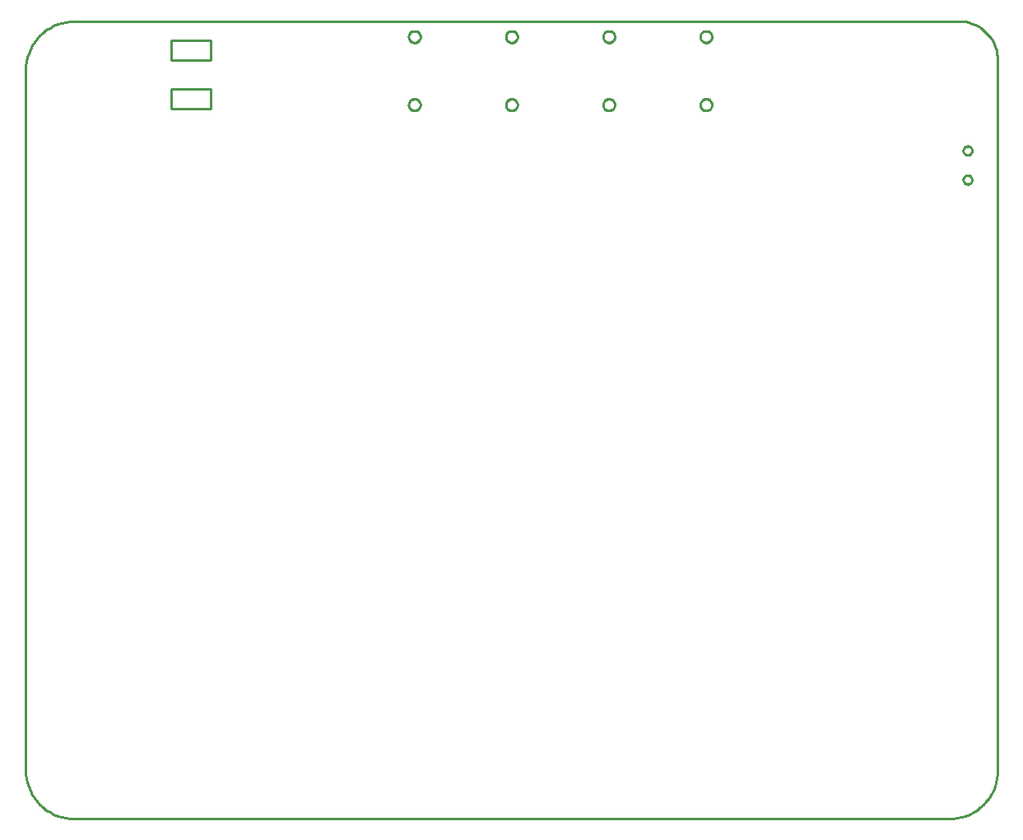
<source format=gbr>
G04 EAGLE Gerber RS-274X export*
G75*
%MOMM*%
%FSLAX34Y34*%
%LPD*%
%IN*%
%IPPOS*%
%AMOC8*
5,1,8,0,0,1.08239X$1,22.5*%
G01*
%ADD10C,0.254000*%


D10*
X0Y30000D02*
X190Y25642D01*
X760Y21318D01*
X1704Y17059D01*
X3015Y12899D01*
X4685Y8869D01*
X6699Y5000D01*
X9042Y1321D01*
X11698Y-2139D01*
X14645Y-5355D01*
X17861Y-8302D01*
X21321Y-10958D01*
X25000Y-13301D01*
X28869Y-15315D01*
X32899Y-16985D01*
X37059Y-18296D01*
X41318Y-19240D01*
X45642Y-19810D01*
X50000Y-20000D01*
X950000Y-20000D01*
X954358Y-19810D01*
X958682Y-19240D01*
X962941Y-18296D01*
X967101Y-16985D01*
X971131Y-15315D01*
X975000Y-13301D01*
X978679Y-10958D01*
X982139Y-8302D01*
X985355Y-5355D01*
X988302Y-2139D01*
X990958Y1321D01*
X993301Y5000D01*
X995315Y8869D01*
X996985Y12899D01*
X998296Y17059D01*
X999240Y21318D01*
X999810Y25642D01*
X1000000Y30000D01*
X1000000Y760000D01*
X999848Y763486D01*
X999392Y766946D01*
X998637Y770353D01*
X997588Y773681D01*
X996252Y776905D01*
X994641Y780000D01*
X992766Y782943D01*
X990642Y785712D01*
X988284Y788284D01*
X985712Y790642D01*
X982943Y792766D01*
X980000Y794641D01*
X976905Y796252D01*
X973681Y797588D01*
X970353Y798637D01*
X966946Y799392D01*
X963486Y799848D01*
X960000Y800000D01*
X50000Y800000D01*
X45642Y799810D01*
X41318Y799240D01*
X37059Y798296D01*
X32899Y796985D01*
X28869Y795315D01*
X25000Y793301D01*
X21321Y790958D01*
X17861Y788302D01*
X14645Y785355D01*
X11698Y782139D01*
X9042Y778679D01*
X6699Y775000D01*
X4685Y771131D01*
X3015Y767101D01*
X1704Y762941D01*
X760Y758682D01*
X190Y754358D01*
X0Y750000D01*
X0Y30000D01*
X150000Y710000D02*
X190000Y710000D01*
X190000Y730000D01*
X150000Y730000D01*
X150000Y710000D01*
X150000Y760000D02*
X190000Y760000D01*
X190000Y780000D01*
X150000Y780000D01*
X150000Y760000D01*
X969295Y662500D02*
X969880Y662577D01*
X970450Y662730D01*
X970995Y662955D01*
X971505Y663250D01*
X971973Y663609D01*
X972391Y664027D01*
X972750Y664495D01*
X973045Y665005D01*
X973270Y665550D01*
X973423Y666120D01*
X973500Y666705D01*
X973500Y667295D01*
X973423Y667880D01*
X973270Y668450D01*
X973045Y668995D01*
X972750Y669505D01*
X972391Y669973D01*
X971973Y670391D01*
X971505Y670750D01*
X970995Y671045D01*
X970450Y671270D01*
X969880Y671423D01*
X969295Y671500D01*
X968705Y671500D01*
X968120Y671423D01*
X967550Y671270D01*
X967005Y671045D01*
X966495Y670750D01*
X966027Y670391D01*
X965609Y669973D01*
X965250Y669505D01*
X964955Y668995D01*
X964730Y668450D01*
X964577Y667880D01*
X964500Y667295D01*
X964500Y666705D01*
X964577Y666120D01*
X964730Y665550D01*
X964955Y665005D01*
X965250Y664495D01*
X965609Y664027D01*
X966027Y663609D01*
X966495Y663250D01*
X967005Y662955D01*
X967550Y662730D01*
X968120Y662577D01*
X968705Y662500D01*
X969295Y662500D01*
X969295Y632500D02*
X969880Y632577D01*
X970450Y632730D01*
X970995Y632955D01*
X971505Y633250D01*
X971973Y633609D01*
X972391Y634027D01*
X972750Y634495D01*
X973045Y635005D01*
X973270Y635550D01*
X973423Y636120D01*
X973500Y636705D01*
X973500Y637295D01*
X973423Y637880D01*
X973270Y638450D01*
X973045Y638995D01*
X972750Y639505D01*
X972391Y639973D01*
X971973Y640391D01*
X971505Y640750D01*
X970995Y641045D01*
X970450Y641270D01*
X969880Y641423D01*
X969295Y641500D01*
X968705Y641500D01*
X968120Y641423D01*
X967550Y641270D01*
X967005Y641045D01*
X966495Y640750D01*
X966027Y640391D01*
X965609Y639973D01*
X965250Y639505D01*
X964955Y638995D01*
X964730Y638450D01*
X964577Y637880D01*
X964500Y637295D01*
X964500Y636705D01*
X964577Y636120D01*
X964730Y635550D01*
X964955Y635005D01*
X965250Y634495D01*
X965609Y634027D01*
X966027Y633609D01*
X966495Y633250D01*
X967005Y632955D01*
X967550Y632730D01*
X968120Y632577D01*
X968705Y632500D01*
X969295Y632500D01*
X699663Y778000D02*
X698993Y778075D01*
X698336Y778225D01*
X697700Y778448D01*
X697093Y778740D01*
X696523Y779099D01*
X695996Y779519D01*
X695519Y779996D01*
X695099Y780523D01*
X694740Y781093D01*
X694448Y781700D01*
X694225Y782336D01*
X694075Y782993D01*
X694000Y783663D01*
X694000Y784337D01*
X694075Y785007D01*
X694225Y785664D01*
X694448Y786300D01*
X694740Y786907D01*
X695099Y787478D01*
X695519Y788004D01*
X695996Y788481D01*
X696523Y788901D01*
X697093Y789260D01*
X697700Y789552D01*
X698336Y789775D01*
X698993Y789925D01*
X699663Y790000D01*
X700337Y790000D01*
X701007Y789925D01*
X701664Y789775D01*
X702300Y789552D01*
X702907Y789260D01*
X703478Y788901D01*
X704004Y788481D01*
X704481Y788004D01*
X704901Y787478D01*
X705260Y786907D01*
X705552Y786300D01*
X705775Y785664D01*
X705925Y785007D01*
X706000Y784337D01*
X706000Y783663D01*
X705925Y782993D01*
X705775Y782336D01*
X705552Y781700D01*
X705260Y781093D01*
X704901Y780523D01*
X704481Y779996D01*
X704004Y779519D01*
X703478Y779099D01*
X702907Y778740D01*
X702300Y778448D01*
X701664Y778225D01*
X701007Y778075D01*
X700337Y778000D01*
X699663Y778000D01*
X699663Y708000D02*
X698993Y708075D01*
X698336Y708225D01*
X697700Y708448D01*
X697093Y708740D01*
X696523Y709099D01*
X695996Y709519D01*
X695519Y709996D01*
X695099Y710523D01*
X694740Y711093D01*
X694448Y711700D01*
X694225Y712336D01*
X694075Y712993D01*
X694000Y713663D01*
X694000Y714337D01*
X694075Y715007D01*
X694225Y715664D01*
X694448Y716300D01*
X694740Y716907D01*
X695099Y717478D01*
X695519Y718004D01*
X695996Y718481D01*
X696523Y718901D01*
X697093Y719260D01*
X697700Y719552D01*
X698336Y719775D01*
X698993Y719925D01*
X699663Y720000D01*
X700337Y720000D01*
X701007Y719925D01*
X701664Y719775D01*
X702300Y719552D01*
X702907Y719260D01*
X703478Y718901D01*
X704004Y718481D01*
X704481Y718004D01*
X704901Y717478D01*
X705260Y716907D01*
X705552Y716300D01*
X705775Y715664D01*
X705925Y715007D01*
X706000Y714337D01*
X706000Y713663D01*
X705925Y712993D01*
X705775Y712336D01*
X705552Y711700D01*
X705260Y711093D01*
X704901Y710523D01*
X704481Y709996D01*
X704004Y709519D01*
X703478Y709099D01*
X702907Y708740D01*
X702300Y708448D01*
X701664Y708225D01*
X701007Y708075D01*
X700337Y708000D01*
X699663Y708000D01*
X599663Y778000D02*
X598993Y778075D01*
X598336Y778225D01*
X597700Y778448D01*
X597093Y778740D01*
X596523Y779099D01*
X595996Y779519D01*
X595519Y779996D01*
X595099Y780523D01*
X594740Y781093D01*
X594448Y781700D01*
X594225Y782336D01*
X594075Y782993D01*
X594000Y783663D01*
X594000Y784337D01*
X594075Y785007D01*
X594225Y785664D01*
X594448Y786300D01*
X594740Y786907D01*
X595099Y787478D01*
X595519Y788004D01*
X595996Y788481D01*
X596523Y788901D01*
X597093Y789260D01*
X597700Y789552D01*
X598336Y789775D01*
X598993Y789925D01*
X599663Y790000D01*
X600337Y790000D01*
X601007Y789925D01*
X601664Y789775D01*
X602300Y789552D01*
X602907Y789260D01*
X603478Y788901D01*
X604004Y788481D01*
X604481Y788004D01*
X604901Y787478D01*
X605260Y786907D01*
X605552Y786300D01*
X605775Y785664D01*
X605925Y785007D01*
X606000Y784337D01*
X606000Y783663D01*
X605925Y782993D01*
X605775Y782336D01*
X605552Y781700D01*
X605260Y781093D01*
X604901Y780523D01*
X604481Y779996D01*
X604004Y779519D01*
X603478Y779099D01*
X602907Y778740D01*
X602300Y778448D01*
X601664Y778225D01*
X601007Y778075D01*
X600337Y778000D01*
X599663Y778000D01*
X599663Y708000D02*
X598993Y708075D01*
X598336Y708225D01*
X597700Y708448D01*
X597093Y708740D01*
X596523Y709099D01*
X595996Y709519D01*
X595519Y709996D01*
X595099Y710523D01*
X594740Y711093D01*
X594448Y711700D01*
X594225Y712336D01*
X594075Y712993D01*
X594000Y713663D01*
X594000Y714337D01*
X594075Y715007D01*
X594225Y715664D01*
X594448Y716300D01*
X594740Y716907D01*
X595099Y717478D01*
X595519Y718004D01*
X595996Y718481D01*
X596523Y718901D01*
X597093Y719260D01*
X597700Y719552D01*
X598336Y719775D01*
X598993Y719925D01*
X599663Y720000D01*
X600337Y720000D01*
X601007Y719925D01*
X601664Y719775D01*
X602300Y719552D01*
X602907Y719260D01*
X603478Y718901D01*
X604004Y718481D01*
X604481Y718004D01*
X604901Y717478D01*
X605260Y716907D01*
X605552Y716300D01*
X605775Y715664D01*
X605925Y715007D01*
X606000Y714337D01*
X606000Y713663D01*
X605925Y712993D01*
X605775Y712336D01*
X605552Y711700D01*
X605260Y711093D01*
X604901Y710523D01*
X604481Y709996D01*
X604004Y709519D01*
X603478Y709099D01*
X602907Y708740D01*
X602300Y708448D01*
X601664Y708225D01*
X601007Y708075D01*
X600337Y708000D01*
X599663Y708000D01*
X499663Y778000D02*
X498993Y778075D01*
X498336Y778225D01*
X497700Y778448D01*
X497093Y778740D01*
X496523Y779099D01*
X495996Y779519D01*
X495519Y779996D01*
X495099Y780523D01*
X494740Y781093D01*
X494448Y781700D01*
X494225Y782336D01*
X494075Y782993D01*
X494000Y783663D01*
X494000Y784337D01*
X494075Y785007D01*
X494225Y785664D01*
X494448Y786300D01*
X494740Y786907D01*
X495099Y787478D01*
X495519Y788004D01*
X495996Y788481D01*
X496523Y788901D01*
X497093Y789260D01*
X497700Y789552D01*
X498336Y789775D01*
X498993Y789925D01*
X499663Y790000D01*
X500337Y790000D01*
X501007Y789925D01*
X501664Y789775D01*
X502300Y789552D01*
X502907Y789260D01*
X503478Y788901D01*
X504004Y788481D01*
X504481Y788004D01*
X504901Y787478D01*
X505260Y786907D01*
X505552Y786300D01*
X505775Y785664D01*
X505925Y785007D01*
X506000Y784337D01*
X506000Y783663D01*
X505925Y782993D01*
X505775Y782336D01*
X505552Y781700D01*
X505260Y781093D01*
X504901Y780523D01*
X504481Y779996D01*
X504004Y779519D01*
X503478Y779099D01*
X502907Y778740D01*
X502300Y778448D01*
X501664Y778225D01*
X501007Y778075D01*
X500337Y778000D01*
X499663Y778000D01*
X499663Y708000D02*
X498993Y708075D01*
X498336Y708225D01*
X497700Y708448D01*
X497093Y708740D01*
X496523Y709099D01*
X495996Y709519D01*
X495519Y709996D01*
X495099Y710523D01*
X494740Y711093D01*
X494448Y711700D01*
X494225Y712336D01*
X494075Y712993D01*
X494000Y713663D01*
X494000Y714337D01*
X494075Y715007D01*
X494225Y715664D01*
X494448Y716300D01*
X494740Y716907D01*
X495099Y717478D01*
X495519Y718004D01*
X495996Y718481D01*
X496523Y718901D01*
X497093Y719260D01*
X497700Y719552D01*
X498336Y719775D01*
X498993Y719925D01*
X499663Y720000D01*
X500337Y720000D01*
X501007Y719925D01*
X501664Y719775D01*
X502300Y719552D01*
X502907Y719260D01*
X503478Y718901D01*
X504004Y718481D01*
X504481Y718004D01*
X504901Y717478D01*
X505260Y716907D01*
X505552Y716300D01*
X505775Y715664D01*
X505925Y715007D01*
X506000Y714337D01*
X506000Y713663D01*
X505925Y712993D01*
X505775Y712336D01*
X505552Y711700D01*
X505260Y711093D01*
X504901Y710523D01*
X504481Y709996D01*
X504004Y709519D01*
X503478Y709099D01*
X502907Y708740D01*
X502300Y708448D01*
X501664Y708225D01*
X501007Y708075D01*
X500337Y708000D01*
X499663Y708000D01*
X399663Y778000D02*
X398993Y778075D01*
X398336Y778225D01*
X397700Y778448D01*
X397093Y778740D01*
X396523Y779099D01*
X395996Y779519D01*
X395519Y779996D01*
X395099Y780523D01*
X394740Y781093D01*
X394448Y781700D01*
X394225Y782336D01*
X394075Y782993D01*
X394000Y783663D01*
X394000Y784337D01*
X394075Y785007D01*
X394225Y785664D01*
X394448Y786300D01*
X394740Y786907D01*
X395099Y787478D01*
X395519Y788004D01*
X395996Y788481D01*
X396523Y788901D01*
X397093Y789260D01*
X397700Y789552D01*
X398336Y789775D01*
X398993Y789925D01*
X399663Y790000D01*
X400337Y790000D01*
X401007Y789925D01*
X401664Y789775D01*
X402300Y789552D01*
X402907Y789260D01*
X403478Y788901D01*
X404004Y788481D01*
X404481Y788004D01*
X404901Y787478D01*
X405260Y786907D01*
X405552Y786300D01*
X405775Y785664D01*
X405925Y785007D01*
X406000Y784337D01*
X406000Y783663D01*
X405925Y782993D01*
X405775Y782336D01*
X405552Y781700D01*
X405260Y781093D01*
X404901Y780523D01*
X404481Y779996D01*
X404004Y779519D01*
X403478Y779099D01*
X402907Y778740D01*
X402300Y778448D01*
X401664Y778225D01*
X401007Y778075D01*
X400337Y778000D01*
X399663Y778000D01*
X399663Y708000D02*
X398993Y708075D01*
X398336Y708225D01*
X397700Y708448D01*
X397093Y708740D01*
X396523Y709099D01*
X395996Y709519D01*
X395519Y709996D01*
X395099Y710523D01*
X394740Y711093D01*
X394448Y711700D01*
X394225Y712336D01*
X394075Y712993D01*
X394000Y713663D01*
X394000Y714337D01*
X394075Y715007D01*
X394225Y715664D01*
X394448Y716300D01*
X394740Y716907D01*
X395099Y717478D01*
X395519Y718004D01*
X395996Y718481D01*
X396523Y718901D01*
X397093Y719260D01*
X397700Y719552D01*
X398336Y719775D01*
X398993Y719925D01*
X399663Y720000D01*
X400337Y720000D01*
X401007Y719925D01*
X401664Y719775D01*
X402300Y719552D01*
X402907Y719260D01*
X403478Y718901D01*
X404004Y718481D01*
X404481Y718004D01*
X404901Y717478D01*
X405260Y716907D01*
X405552Y716300D01*
X405775Y715664D01*
X405925Y715007D01*
X406000Y714337D01*
X406000Y713663D01*
X405925Y712993D01*
X405775Y712336D01*
X405552Y711700D01*
X405260Y711093D01*
X404901Y710523D01*
X404481Y709996D01*
X404004Y709519D01*
X403478Y709099D01*
X402907Y708740D01*
X402300Y708448D01*
X401664Y708225D01*
X401007Y708075D01*
X400337Y708000D01*
X399663Y708000D01*
M02*

</source>
